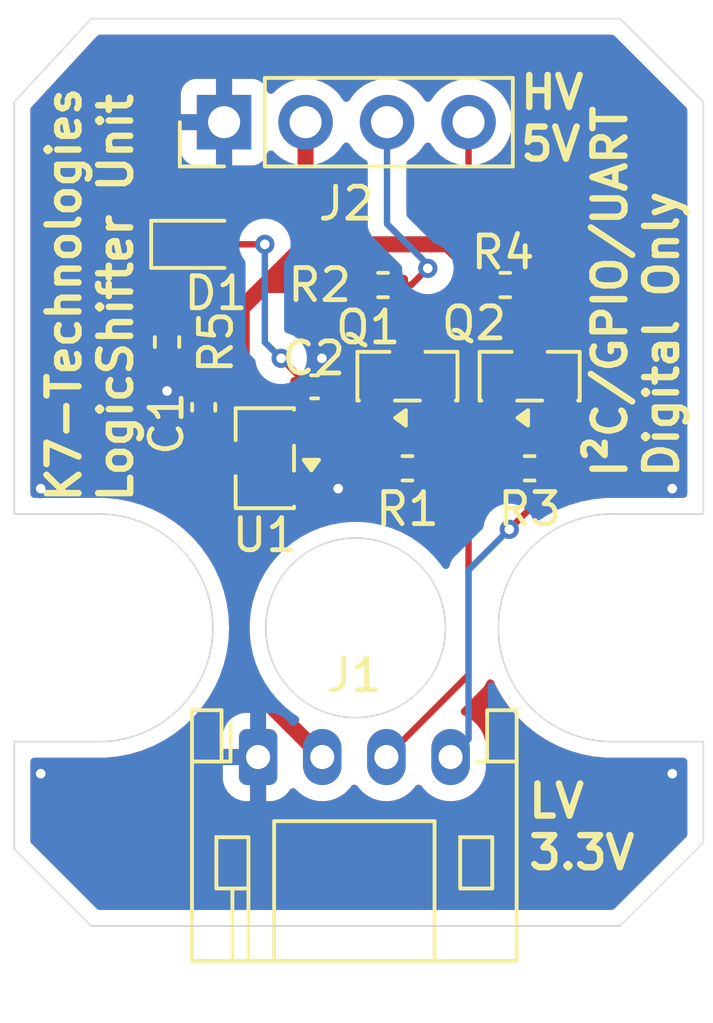
<source format=kicad_pcb>
(kicad_pcb (version 20241229) (generator "pcbnew") (generator_version "9.0")
  (layers (0 "F.Cu" signal) (2 "B.Cu" signal) (13 "F.Paste" user) (15 "B.Paste" user) (5 "F.SilkS" user "F.Silkscreen") (7 "B.SilkS" user "B.Silkscreen") (1 "F.Mask" user) (3 "B.Mask" user) (25 "Edge.Cuts" user))
  (net 0 "")
  (net 1 "GND")
  (net 2 "+5V")
  (net 3 "+3.3V")
  (net 4 "LV-SCL")
  (net 5 "LV-SDA")
  (net 6 "HV-SCL")
  (net 7 "HV-SDA")
  (net 8 "Net-(D1-K)")
  (footprint "Package_TO_SOT_SMD:SOT-23" (layer "F.Cu") (at 109.855 82.8525 90)
    (property "Reference" "Q1" (at 0.9375 -0.127 180) (layer "F.SilkS") (effects (justify right bottom)))
    (property "Value" "2N7002" (hide yes))
    (fp_line (start 0.76 -1.56) (end 0.76 -0.56) (stroke (width 0.12)) (layer "F.SilkS"))
    (fp_line (start -0.76 -1.56) (end 0.76 -1.56) (stroke (width 0.12)) (layer "F.SilkS"))
    (fp_line (start -0.76 -1.51) (end -0.76 -1.56) (stroke (width 0.12)) (layer "F.SilkS"))
    (fp_line (start -0.76 0.39) (end -0.76 -0.39) (stroke (width 0.12)) (layer "F.SilkS"))
    (fp_line (start 0.76 0.56) (end 0.76 1.56) (stroke (width 0.12)) (layer "F.SilkS"))
    (fp_line (start 0.76 1.56) (end -0.76 1.56) (stroke (width 0.12)) (layer "F.SilkS"))
    (fp_line (start -0.76 1.56) (end -0.76 1.51) (stroke (width 0.12)) (layer "F.SilkS"))
    (fp_poly (pts (xy -1.3 -0.38) (xy -1.06 -0.05) (xy -1.54 -0.05)) (stroke (width 0.12)) (fill yes) (layer "F.SilkS"))
    (pad "1" smd roundrect (at -0.9375 -0.95 90) (size 1.475 0.6) (layers "F.Cu" "F.Mask" "F.Paste") (net 3 "+3.3V"))
    (pad "2" smd roundrect (at -0.9375 0.95 90) (size 1.475 0.6) (layers "F.Cu" "F.Mask" "F.Paste") (net 5 "LV-SDA"))
    (pad "3" smd roundrect (at 0.9375 0 90) (size 1.475 0.6) (layers "F.Cu" "F.Mask" "F.Paste") (net 7 "HV-SDA"))
  )
  (footprint "Connector_JST:JST_PH_S4B-PH-K_1x04_P2.00mm_Horizontal" (layer "F.Cu") (at 105.2 94.73)
    (property "Reference" "J1" (at 3 -2.55 0) (layer "F.SilkS"))
    (property "Value" "Conn_01x04_Pin")
    (fp_line (start -2.06 -1.46) (end -2.06 6.36) (stroke (width 0.12)) (layer "F.SilkS"))
    (fp_line (start -2.06 0.14) (end -1.14 0.14) (stroke (width 0.12)) (layer "F.SilkS"))
    (fp_line (start -2.06 6.36) (end 8.06 6.36) (stroke (width 0.12)) (layer "F.SilkS"))
    (fp_line (start -1.14 -1.46) (end -2.06 -1.46) (stroke (width 0.12)) (layer "F.SilkS"))
    (fp_line (start -1.14 0.14) (end -1.14 -1.46) (stroke (width 0.12)) (layer "F.SilkS"))
    (fp_line (start -0.86 0.14) (end -1.14 0.14) (stroke (width 0.12)) (layer "F.SilkS"))
    (fp_line (start -0.86 0.14) (end -0.86 -1.075) (stroke (width 0.12)) (layer "F.SilkS"))
    (fp_line (start -0.8 4.1) (end -0.8 6.36) (stroke (width 0.12)) (layer "F.SilkS"))
    (fp_line (start -0.3 4.1) (end -0.3 6.36) (stroke (width 0.12)) (layer "F.SilkS"))
    (fp_line (start 0.5 2) (end 5.5 2) (stroke (width 0.12)) (layer "F.SilkS"))
    (fp_line (start 0.5 6.36) (end 0.5 2) (stroke (width 0.12)) (layer "F.SilkS"))
    (fp_line (start 5.5 2) (end 5.5 6.36) (stroke (width 0.12)) (layer "F.SilkS"))
    (fp_line (start 7.14 -1.46) (end 7.14 0.14) (stroke (width 0.12)) (layer "F.SilkS"))
    (fp_line (start 7.14 0.14) (end 6.86 0.14) (stroke (width 0.12)) (layer "F.SilkS"))
    (fp_line (start 8.06 -1.46) (end 7.14 -1.46) (stroke (width 0.12)) (layer "F.SilkS"))
    (fp_line (start 8.06 0.14) (end 7.14 0.14) (stroke (width 0.12)) (layer "F.SilkS"))
    (fp_line (start 8.06 6.36) (end 8.06 -1.46) (stroke (width 0.12)) (layer "F.SilkS"))
    (fp_rect (start -1.3 2.5) (end -0.3 4.1) (stroke (width 0.12)) (fill no) (layer "F.SilkS"))
    (fp_rect (start 6.3 2.5) (end 7.3 4.1) (stroke (width 0.12)) (fill no) (layer "F.SilkS"))
    (pad "1" thru_hole roundrect (at 0 0) (size 1.2 1.75) (drill 0.75) (layers "*.Cu" "*.Mask") (roundrect_rratio 0.208333) (net 1 "GND"))
    (pad "2" thru_hole oval (at 2 0) (size 1.2 1.75) (drill 0.75) (layers "*.Cu" "*.Mask") (net 2 "+5V"))
    (pad "3" thru_hole oval (at 4 0) (size 1.2 1.75) (drill 0.75) (layers "*.Cu" "*.Mask") (net 5 "LV-SDA"))
    (pad "4" thru_hole oval (at 6 0) (size 1.2 1.75) (drill 0.75) (layers "*.Cu" "*.Mask") (net 4 "LV-SCL"))
  )
  (footprint "Capacitor_SMD:C_0402_1005Metric" (layer "F.Cu") (at 106.962 83.185)
    (property "Reference" "C2" (at -0.028 -0.889 0) (layer "F.SilkS"))
    (property "Value" "1uF" (hide yes))
    (fp_line (start -0.107836 -0.36) (end 0.107836 -0.36) (stroke (width 0.12)) (layer "F.SilkS"))
    (fp_line (start -0.107836 0.36) (end 0.107836 0.36) (stroke (width 0.12)) (layer "F.SilkS"))
    (pad "1" smd roundrect (at -0.48 0) (size 0.56 0.62) (layers "F.Cu" "F.Mask" "F.Paste") (net 3 "+3.3V"))
    (pad "2" smd roundrect (at 0.48 0) (size 0.56 0.62) (layers "F.Cu" "F.Mask" "F.Paste") (net 1 "GND"))
  )
  (footprint "Resistor_SMD:R_0402_1005Metric" (layer "F.Cu") (at 102.362 81.788 -90)
    (property "Reference" "R5" (at 0 -1.524 90) (layer "F.SilkS"))
    (property "Value" "4.7kΩ" (hide yes))
    (fp_line (start -0.153641 0.38) (end 0.153641 0.38) (stroke (width 0.12)) (layer "F.SilkS"))
    (fp_line (start -0.153641 -0.38) (end 0.153641 -0.38) (stroke (width 0.12)) (layer "F.SilkS"))
    (pad "1" smd roundrect (at -0.51 0 270) (size 0.54 0.64) (layers "F.Cu" "F.Mask" "F.Paste") (net 8 "Net-(D1-K)"))
    (pad "2" smd roundrect (at 0.51 0 270) (size 0.54 0.64) (layers "F.Cu" "F.Mask" "F.Paste") (net 1 "GND"))
  )
  (footprint "LED_SMD:LED_0603_1608Metric" (layer "F.Cu") (at 103.3525 78.74)
    (property "Reference" "D1" (at 0.5335 1.524 0) (layer "F.SilkS"))
    (property "Value" "LED" (hide yes))
    (fp_line (start -1.485 -0.735) (end -1.485 0.735) (stroke (width 0.12)) (layer "F.SilkS"))
    (fp_line (start -1.485 0.735) (end 0.8 0.735) (stroke (width 0.12)) (layer "F.SilkS"))
    (fp_line (start 0.8 -0.735) (end -1.485 -0.735) (stroke (width 0.12)) (layer "F.SilkS"))
    (pad "1" smd roundrect (at -0.7875 0) (size 0.875 0.95) (layers "F.Cu" "F.Mask" "F.Paste") (net 8 "Net-(D1-K)"))
    (pad "2" smd roundrect (at 0.7875 0) (size 0.875 0.95) (layers "F.Cu" "F.Mask" "F.Paste") (net 3 "+3.3V"))
  )
  (footprint "Resistor_SMD:R_0402_1005Metric" (layer "F.Cu") (at 112.905 80.01)
    (property "Reference" "R4" (at -1.145 -1.016 0) (layer "F.SilkS") (effects (justify left)))
    (property "Value" "4.7kΩ" (hide yes))
    (fp_line (start -0.153641 -0.38) (end 0.153641 -0.38) (stroke (width 0.12)) (layer "F.SilkS"))
    (fp_line (start -0.153641 0.38) (end 0.153641 0.38) (stroke (width 0.12)) (layer "F.SilkS"))
    (pad "1" smd roundrect (at -0.51 0) (size 0.54 0.64) (layers "F.Cu" "F.Mask" "F.Paste") (net 2 "+5V"))
    (pad "2" smd roundrect (at 0.51 0) (size 0.54 0.64) (layers "F.Cu" "F.Mask" "F.Paste") (net 6 "HV-SCL"))
  )
  (footprint "Resistor_SMD:R_0402_1005Metric" (layer "F.Cu") (at 109.855 85.725)
    (property "Reference" "R1" (at 0 1.27 0) (layer "F.SilkS"))
    (property "Value" "4.7kΩ" (hide yes))
    (fp_line (start -0.153641 -0.38) (end 0.153641 -0.38) (stroke (width 0.12)) (layer "F.SilkS"))
    (fp_line (start -0.153641 0.38) (end 0.153641 0.38) (stroke (width 0.12)) (layer "F.SilkS"))
    (pad "1" smd roundrect (at -0.51 0) (size 0.54 0.64) (layers "F.Cu" "F.Mask" "F.Paste") (net 3 "+3.3V"))
    (pad "2" smd roundrect (at 0.51 0) (size 0.54 0.64) (layers "F.Cu" "F.Mask" "F.Paste") (net 5 "LV-SDA"))
  )
  (footprint "Capacitor_SMD:C_0402_1005Metric" (layer "F.Cu") (at 103.505 83.82 90)
    (property "Reference" "C1" (at -0.508 -1.16 90) (layer "F.SilkS"))
    (property "Value" "1uF" (hide yes))
    (fp_line (start -0.107836 -0.36) (end 0.107836 -0.36) (stroke (width 0.12)) (layer "F.SilkS"))
    (fp_line (start -0.107836 0.36) (end 0.107836 0.36) (stroke (width 0.12)) (layer "F.SilkS"))
    (pad "1" smd roundrect (at -0.48 0 90) (size 0.56 0.62) (layers "F.Cu" "F.Mask" "F.Paste") (net 2 "+5V"))
    (pad "2" smd roundrect (at 0.48 0 90) (size 0.56 0.62) (layers "F.Cu" "F.Mask" "F.Paste") (net 1 "GND"))
  )
  (footprint "Connector_PinHeader_2.54mm:PinHeader_1x04_P2.54mm_Vertical" (layer "F.Cu") (at 104.14 74.93 90)
    (property "Reference" "J2" (at -2.54 3.81 180) (layer "F.SilkS"))
    (property "Value" "Conn_01x04_Pin" (hide yes))
    (fp_line (start -1.38 -1.38) (end 0 -1.38) (stroke (width 0.12)) (layer "F.SilkS"))
    (fp_line (start -1.38 0) (end -1.38 -1.38) (stroke (width 0.12)) (layer "F.SilkS"))
    (fp_line (start 1.38 1.27) (end 1.38 9) (stroke (width 0.12)) (layer "F.SilkS"))
    (fp_line (start -1.38 1.27) (end 1.38 1.27) (stroke (width 0.12)) (layer "F.SilkS"))
    (fp_line (start -1.38 1.27) (end -1.38 9) (stroke (width 0.12)) (layer "F.SilkS"))
    (fp_line (start -1.38 9) (end 1.38 9) (stroke (width 0.12)) (layer "F.SilkS"))
    (pad "1" thru_hole rect (at 0 0 90) (size 1.7 1.7) (drill 1) (layers "*.Cu" "*.Mask") (net 1 "GND"))
    (pad "2" thru_hole circle (at 0 2.54 90) (size 1.7 1.7) (drill 1) (layers "*.Cu" "*.Mask") (net 2 "+5V"))
    (pad "3" thru_hole circle (at 0 5.08 90) (size 1.7 1.7) (drill 1) (layers "*.Cu" "*.Mask") (net 7 "HV-SDA"))
    (pad "4" thru_hole circle (at 0 7.62 90) (size 1.7 1.7) (drill 1) (layers "*.Cu" "*.Mask") (net 6 "HV-SCL"))
  )
  (footprint "Resistor_SMD:R_0402_1005Metric" (layer "F.Cu") (at 113.665 85.725)
    (property "Reference" "R3" (at 0 1.27 0) (layer "F.SilkS"))
    (property "Value" "4.7kΩ" (hide yes))
    (fp_line (start -0.153641 -0.38) (end 0.153641 -0.38) (stroke (width 0.12)) (layer "F.SilkS"))
    (fp_line (start -0.153641 0.38) (end 0.153641 0.38) (stroke (width 0.12)) (layer "F.SilkS"))
    (pad "1" smd roundrect (at -0.51 0) (size 0.54 0.64) (layers "F.Cu" "F.Mask" "F.Paste") (net 3 "+3.3V"))
    (pad "2" smd roundrect (at 0.51 0) (size 0.54 0.64) (layers "F.Cu" "F.Mask" "F.Paste") (net 4 "LV-SCL"))
  )
  (footprint "Package_TO_SOT_SMD:SOT-23-3" (layer "F.Cu") (at 105.41 85.41 180)
    (property "Reference" "U1" (at 0 -2.4 0) (layer "F.SilkS"))
    (property "Value" "XC6206PxxxMR" (hide yes))
    (fp_line (start 0.91 1.56) (end -0.91 1.56) (stroke (width 0.12)) (layer "F.SilkS"))
    (fp_line (start 0.91 0.56) (end 0.91 1.56) (stroke (width 0.12)) (layer "F.SilkS"))
    (fp_line (start 0.91 -1.56) (end 0.91 -0.56) (stroke (width 0.12)) (layer "F.SilkS"))
    (fp_line (start -0.91 1.56) (end -0.91 1.51) (stroke (width 0.12)) (layer "F.SilkS"))
    (fp_line (start -0.91 0.39) (end -0.91 -0.39) (stroke (width 0.12)) (layer "F.SilkS"))
    (fp_line (start -0.91 -1.51) (end -0.91 -1.56) (stroke (width 0.12)) (layer "F.SilkS"))
    (fp_line (start -0.91 -1.56) (end 0.91 -1.56) (stroke (width 0.12)) (layer "F.SilkS"))
    (fp_poly (pts (xy -1.45 -0.38) (xy -1.21 -0.05) (xy -1.69 -0.05)) (stroke (width 0.12)) (fill yes) (layer "F.SilkS"))
    (pad "1" smd roundrect (at -1.1375 -0.95 180) (size 1.325 0.6) (layers "F.Cu" "F.Mask" "F.Paste") (net 1 "GND"))
    (pad "2" smd roundrect (at -1.1375 0.95 180) (size 1.325 0.6) (layers "F.Cu" "F.Mask" "F.Paste") (net 3 "+3.3V"))
    (pad "3" smd roundrect (at 1.1375 0 180) (size 1.325 0.6) (layers "F.Cu" "F.Mask" "F.Paste") (net 2 "+5V"))
  )
  (footprint "Package_TO_SOT_SMD:SOT-23" (layer "F.Cu") (at 113.665 82.8525 90)
    (property "Reference" "Q2" (at 1.0645 -0.635 180) (layer "F.SilkS") (effects (justify right bottom)))
    (property "Value" "2N7002" (hide yes))
    (fp_line (start 0.76 -1.56) (end 0.76 -0.56) (stroke (width 0.12)) (layer "F.SilkS"))
    (fp_line (start -0.76 -1.56) (end 0.76 -1.56) (stroke (width 0.12)) (layer "F.SilkS"))
    (fp_line (start -0.76 -1.51) (end -0.76 -1.56) (stroke (width 0.12)) (layer "F.SilkS"))
    (fp_line (start -0.76 0.39) (end -0.76 -0.39) (stroke (width 0.12)) (layer "F.SilkS"))
    (fp_line (start 0.76 0.56) (end 0.76 1.56) (stroke (width 0.12)) (layer "F.SilkS"))
    (fp_line (start 0.76 1.56) (end -0.76 1.56) (stroke (width 0.12)) (layer "F.SilkS"))
    (fp_line (start -0.76 1.56) (end -0.76 1.51) (stroke (width 0.12)) (layer "F.SilkS"))
    (fp_poly (pts (xy -1.3 -0.38) (xy -1.06 -0.05) (xy -1.54 -0.05)) (stroke (width 0.12)) (fill yes) (layer "F.SilkS"))
    (pad "1" smd roundrect (at -0.9375 -0.95 90) (size 1.475 0.6) (layers "F.Cu" "F.Mask" "F.Paste") (net 3 "+3.3V"))
    (pad "2" smd roundrect (at -0.9375 0.95 90) (size 1.475 0.6) (layers "F.Cu" "F.Mask" "F.Paste") (net 4 "LV-SCL"))
    (pad "3" smd roundrect (at 0.9375 0 90) (size 1.475 0.6) (layers "F.Cu" "F.Mask" "F.Paste") (net 6 "HV-SCL"))
  )
  (footprint "Resistor_SMD:R_0402_1005Metric" (layer "F.Cu") (at 109.095 80.01)
    (property "Reference" "R2" (at -3.05 0 0) (layer "F.SilkS") (effects (justify left)))
    (property "Value" "4.7kΩ" (hide yes))
    (fp_line (start -0.153641 -0.38) (end 0.153641 -0.38) (stroke (width 0.12)) (layer "F.SilkS"))
    (fp_line (start -0.153641 0.38) (end 0.153641 0.38) (stroke (width 0.12)) (layer "F.SilkS"))
    (pad "1" smd roundrect (at -0.51 0) (size 0.54 0.64) (layers "F.Cu" "F.Mask" "F.Paste") (net 2 "+5V"))
    (pad "2" smd roundrect (at 0.51 0) (size 0.54 0.64) (layers "F.Cu" "F.Mask" "F.Paste") (net 7 "HV-SDA"))
  )
  (gr_line (start 119.08 74.3) (end 119.08 87.15) (stroke (width 0.05)) (layer "Edge.Cuts"))
  (gr_line (start 100 100) (end 97.6 97.6) (stroke (width 0.05)) (layer "Edge.Cuts"))
  (gr_line (start 116.48 100) (end 119.08 97.4) (stroke (width 0.05)) (layer "Edge.Cuts"))
  (gr_line (start 116.24 94.25) (end 119.08 94.25) (stroke (width 0.05)) (layer "Edge.Cuts"))
  (gr_arc (start 116.24 94.25) (mid 112.69 90.7) (end 116.24 87.15) (stroke (width 0.05)) (layer "Edge.Cuts"))
  (gr_circle (center 108.24 90.7) (end 111.04 90.7) (stroke (width 0.05)) (fill no) (layer "Edge.Cuts"))
  (gr_line (start 100.24 94.25) (end 97.6 94.25) (stroke (width 0.05)) (layer "Edge.Cuts"))
  (gr_line (start 97.6 94.25) (end 97.6 97.6) (stroke (width 0.05)) (layer "Edge.Cuts"))
  (gr_line (start 97.6 87.15) (end 97.6 74.3) (stroke (width 0.05)) (layer "Edge.Cuts"))
  (gr_arc (start 100.24 87.15) (mid 103.79 90.7) (end 100.24 94.25) (stroke (width 0.05)) (layer "Edge.Cuts"))
  (gr_line (start 100 100) (end 116.48 100) (stroke (width 0.05)) (layer "Edge.Cuts"))
  (gr_line (start 116.48 71.7) (end 100 71.7) (stroke (width 0.05)) (layer "Edge.Cuts"))
  (gr_line (start 100.24 87.15) (end 97.6 87.15) (stroke (width 0.05)) (layer "Edge.Cuts"))
  (gr_line (start 119.08 87.15) (end 116.24 87.15) (stroke (width 0.05)) (layer "Edge.Cuts"))
  (gr_line (start 119.08 97.4) (end 119.08 94.25) (stroke (width 0.05)) (layer "Edge.Cuts"))
  (gr_line (start 97.6 74.3) (end 100 71.7) (stroke (width 0.05)) (layer "Edge.Cuts"))
  (gr_line (start 119.08 74.3) (end 116.48 71.7) (stroke (width 0.05)) (layer "Edge.Cuts"))
  (gr_text "K7-Technologies\nLogicShifter Unit" (at 101.346 86.868 90) (layer "F.SilkS") (effects (font (size 1 1) (thickness 0.2) (bold yes)) (justify left bottom)))
  (gr_text "LV\n3.3V" (at 113.538 98.298 0) (layer "F.SilkS") (effects (font (size 1 1) (thickness 0.2) (bold yes)) (justify left bottom)))
  (gr_text "HV\n5V" (at 113.284 76.2 0) (layer "F.SilkS") (effects (font (size 1 1) (thickness 0.2) (bold yes)) (justify left bottom)))
  (gr_text "I²C/GPIO/UART\nDigital Only" (at 118.364 86.106 90) (layer "F.SilkS") (effects (font (size 1 1) (thickness 0.2) (bold yes)) (justify left bottom)))
  (segment (start 106.5475 86.36) (end 107.696 86.36) (width 0.5) (layer "F.Cu") (net 1))
  (segment (start 107.442 83.185) (end 107.442 82.55) (width 0.2) (layer "F.Cu") (net 1))
  (segment (start 107.442 82.55) (end 107.188 82.296) (width 0.2) (layer "F.Cu") (net 1))
  (via (at 107.188 82.296) (size 0.6) (drill 0.3) (layers "F.Cu" "B.Cu") (net 1))
  (via (at 118.11 95.25) (size 0.6) (drill 0.3) (layers "F.Cu" "B.Cu") (net 1))
  (via (at 107.696 86.36) (size 0.6) (drill 0.3) (layers "F.Cu" "B.Cu") (net 1))
  (via (at 98.425 95.25) (size 0.6) (drill 0.3) (layers "F.Cu" "B.Cu") (net 1))
  (via (at 102.362 83.312) (size 0.6) (drill 0.3) (layers "F.Cu" "B.Cu") (net 1))
  (via (at 98.425 86.36) (size 0.6) (drill 0.3) (layers "F.Cu" "B.Cu") (net 1))
  (via (at 118.11 86.36) (size 0.6) (drill 0.3) (layers "F.Cu" "B.Cu") (net 1))
  (segment (start 108.585 80.01) (end 105.41 80.01) (width 0.5) (layer "F.Cu") (net 2))
  (segment (start 104.689 80.731) (end 106.68 78.74) (width 0.5) (layer "F.Cu") (net 2))
  (segment (start 106.68 78.74) (end 111.125 78.74) (width 0.5) (layer "F.Cu") (net 2))
  (segment (start 107.2 94.73) (end 104.689 92.219) (width 0.5) (layer "F.Cu") (net 2))
  (segment (start 103.505 84.3) (end 103.505 84.6425) (width 0.5) (layer "F.Cu") (net 2))
  (segment (start 111.125 78.74) (end 112.395 80.01) (width 0.5) (layer "F.Cu") (net 2))
  (segment (start 106.68 74.93) (end 106.68 78.74) (width 0.5) (layer "F.Cu") (net 2))
  (segment (start 104.689 92.219) (end 104.689 80.731) (width 0.5) (layer "F.Cu") (net 2))
  (segment (start 103.505 84.6425) (end 104.2725 85.41) (width 0.5) (layer "F.Cu") (net 2))
  (segment (start 105.41 80.01) (end 104.689 80.731) (width 0.5) (layer "F.Cu") (net 2))
  (segment (start 109.359468 83.79) (end 110.397968 82.7515) (width 0.2) (layer "F.Cu") (net 3))
  (segment (start 112.715 83.79) (end 112.715 85.285) (width 0.2) (layer "F.Cu") (net 3))
  (segment (start 105.41 78.74) (end 104.14 78.74) (width 0.2) (layer "F.Cu") (net 3))
  (segment (start 106.482 83.185) (end 106.482 82.86) (width 0.2) (layer "F.Cu") (net 3))
  (segment (start 112.715 85.285) (end 113.155 85.725) (width 0.2) (layer "F.Cu") (net 3))
  (segment (start 106.482 83.185) (end 106.482 84.3945) (width 0.5) (layer "F.Cu") (net 3))
  (segment (start 106.482 82.86) (end 105.918 82.296) (width 0.2) (layer "F.Cu") (net 3))
  (segment (start 108.905 85.285) (end 109.345 85.725) (width 0.2) (layer "F.Cu") (net 3))
  (segment (start 108.235 84.46) (end 108.905 83.79) (width 0.2) (layer "F.Cu") (net 3))
  (segment (start 110.397968 82.7515) (end 111.6765 82.7515) (width 0.2) (layer "F.Cu") (net 3))
  (segment (start 111.6765 82.7515) (end 112.715 83.79) (width 0.2) (layer "F.Cu") (net 3))
  (segment (start 108.905 83.79) (end 108.905 85.285) (width 0.2) (layer "F.Cu") (net 3))
  (segment (start 108.905 83.79) (end 109.359468 83.79) (width 0.2) (layer "F.Cu") (net 3))
  (segment (start 106.482 84.3945) (end 106.5475 84.46) (width 0.5) (layer "F.Cu") (net 3))
  (segment (start 106.5475 84.46) (end 108.235 84.46) (width 0.2) (layer "F.Cu") (net 3))
  (via (at 105.41 78.74) (size 0.6) (drill 0.3) (layers "F.Cu" "B.Cu") (net 3))
  (via (at 105.918 82.296) (size 0.6) (drill 0.3) (layers "F.Cu" "B.Cu") (net 3))
  (segment (start 105.41 81.788) (end 105.918 82.296) (width 0.2) (layer "B.Cu") (net 3))
  (segment (start 105.41 78.74) (end 105.41 81.788) (width 0.2) (layer "B.Cu") (net 3))
  (segment (start 114.615 85.285) (end 114.175 85.725) (width 0.2) (layer "F.Cu") (net 4))
  (segment (start 113.03 87.63) (end 114.175 86.485) (width 0.2) (layer "F.Cu") (net 4))
  (segment (start 114.615 83.79) (end 114.615 85.285) (width 0.2) (layer "F.Cu") (net 4))
  (segment (start 114.175 86.485) (end 114.175 85.725) (width 0.2) (layer "F.Cu") (net 4))
  (via (at 113.03 87.63) (size 0.6) (drill 0.3) (layers "F.Cu" "B.Cu") (net 4))
  (segment (start 111.76 88.9) (end 113.03 87.63) (width 0.2) (layer "B.Cu") (net 4))
  (segment (start 111.2 94.73) (end 111.76 94.17) (width 0.2) (layer "B.Cu") (net 4))
  (segment (start 111.76 94.17) (end 111.76 88.9) (width 0.2) (layer "B.Cu") (net 4))
  (segment (start 109.2 94.73) (end 111.76 92.17) (width 0.2) (layer "F.Cu") (net 5))
  (segment (start 110.805 83.79) (end 110.805 85.285) (width 0.2) (layer "F.Cu") (net 5))
  (segment (start 110.805 85.285) (end 110.365 85.725) (width 0.2) (layer "F.Cu") (net 5))
  (segment (start 111.76 92.17) (end 111.76 87.12) (width 0.2) (layer "F.Cu") (net 5))
  (segment (start 111.76 87.12) (end 110.365 85.725) (width 0.2) (layer "F.Cu") (net 5))
  (segment (start 111.76 78.105) (end 111.76 74.93) (width 0.2) (layer "F.Cu") (net 6))
  (segment (start 113.665 80.26) (end 113.415 80.01) (width 0.2) (layer "F.Cu") (net 6))
  (segment (start 113.415 80.01) (end 113.415 79.76) (width 0.2) (layer "F.Cu") (net 6))
  (segment (start 113.415 79.76) (end 111.76 78.105) (width 0.2) (layer "F.Cu") (net 6))
  (segment (start 113.665 81.915) (end 113.665 80.26) (width 0.2) (layer "F.Cu") (net 6))
  (segment (start 109.855 81.915) (end 109.855 80.26) (width 0.2) (layer "F.Cu") (net 7))
  (segment (start 109.605 80.01) (end 109.97 80.01) (width 0.2) (layer "F.Cu") (net 7))
  (segment (start 109.855 80.26) (end 109.605 80.01) (width 0.2) (layer "F.Cu") (net 7))
  (segment (start 109.97 80.01) (end 110.49 79.49) (width 0.2) (layer "F.Cu") (net 7))
  (via (at 110.49 79.49) (size 0.6) (drill 0.3) (layers "F.Cu" "B.Cu") (net 7))
  (segment (start 110.49 79.375) (end 109.22 78.105) (width 0.2) (layer "B.Cu") (net 7))
  (segment (start 110.49 79.49) (end 110.49 79.375) (width 0.2) (layer "B.Cu") (net 7))
  (segment (start 109.22 78.105) (end 109.22 74.93) (width 0.2) (layer "B.Cu") (net 7))
  (segment (start 102.565 81.075) (end 102.362 81.278) (width 0.2) (layer "F.Cu") (net 8))
  (segment (start 102.565 78.74) (end 102.565 81.075) (width 0.2) (layer "F.Cu") (net 8))
  (zone (net 0) (net_name "") (layer "F.Cu") (connect_pads (clearance 0)) (min_thickness 0.25)
    (keepout (tracks allowed) (vias allowed) (pads allowed) (copperpour not_allowed) (footprints allowed))
    (fill (thermal_gap 0.5) (thermal_bridge_width 0.5))
    (polygon (pts (xy 104.775 80.01) (xy 104.775 89.535) (xy 111.76 89.535) (xy 111.76 80.01)))
  )
  (zone (net 1) (net_name "GND") (layers "F.Cu" "B.Cu") (connect_pads (clearance 0.5)) (min_thickness 0.25) (fill yes (thermal_gap 0.5) (thermal_bridge_width 0.5))
    (polygon (pts (xy 119.38 71.12) (xy 97.155 71.12) (xy 97.155 100.33) (xy 119.38 100.33)))
  )
)
</source>
